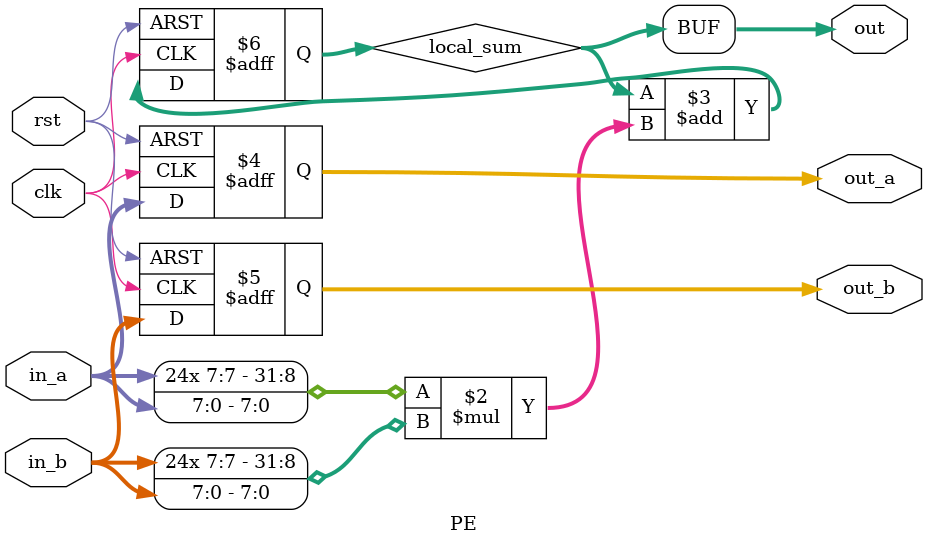
<source format=sv>
module PE #( 
    parameter int DATA_WIDTH = 8, 
    parameter int ACC_WIDTH = 32
)( 
    input logic clk, 
    input logic rst, 
    input logic signed [DATA_WIDTH-1:0] in_a, // Input from left neighbor
    input logic signed [DATA_WIDTH-1:0] in_b, // Input from top neighbor
    output logic signed [DATA_WIDTH-1:0] out_a, // Output to right neighbor
    output logic signed [DATA_WIDTH-1:0] out_b, // Output to bottom neighbor
    output logic signed [ACC_WIDTH-1:0] out
); 

    logic signed [ACC_WIDTH-1:0] local_sum; // Accumulation

    always_ff @ (posedge clk or posedge rst) begin
        if (rst) begin 
            local_sum <= '0; 
            out_a <= '0; 
            out_b <= '0; 
        end else begin 
            local_sum <= $signed(local_sum) + ($signed(in_a) * $signed(in_b)); 
            out_a <= in_a; 
            out_b <= in_b; 
        end
    end

    assign out = local_sum; 

endmodule

    

</source>
